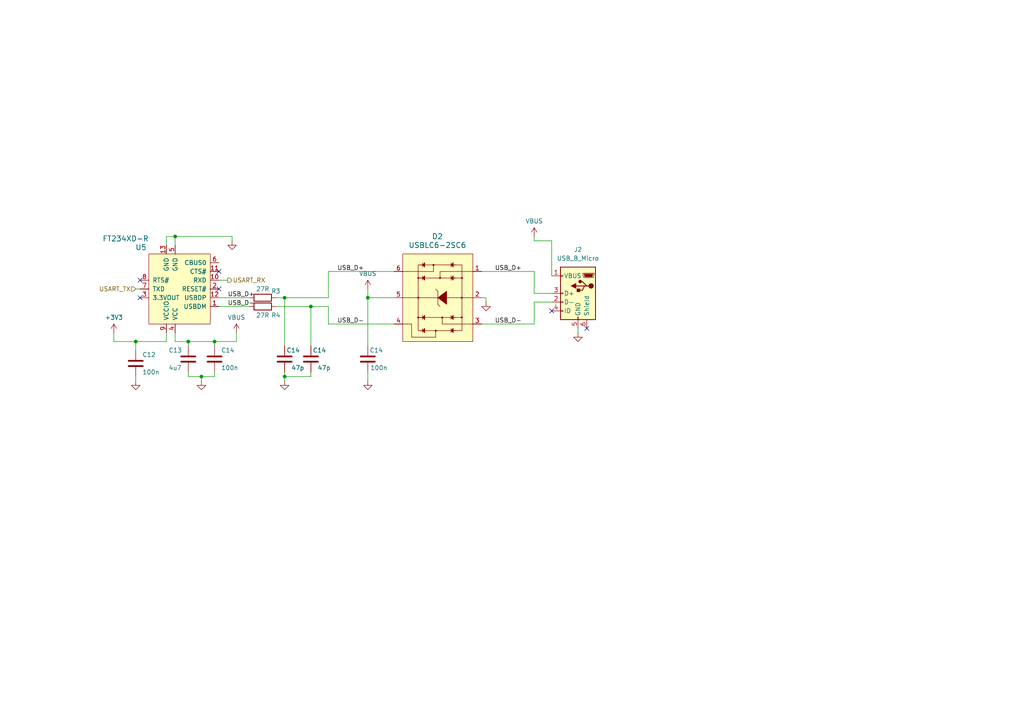
<source format=kicad_sch>
(kicad_sch (version 20230121) (generator eeschema)
  (paper "A4")
  (lib_symbols
    (symbol "Connector:USB_B_Micro" (pin_names (offset 1.016))
      (property "Reference" "J" (at -5.08 11.43 0))
      (property "Value" "USB_B_Micro" (at -5.08 8.89 0))
      (symbol "USB_B_Micro_0_1"
        (rectangle (start -5.08 -7.62) (end 5.08 7.62) (stroke (width 0.254)) (fill (type background)))
        (circle (center -3.81 2.159) (radius 0.635) (stroke (width 0.254)) (fill (type outline)))
        (circle (center -0.635 3.429) (radius 0.381) (stroke (width 0.254)) (fill (type outline)))
        (rectangle (start -0.127 -7.62) (end 0.127 -6.858))
        (polyline (pts (xy -1.905 2.159) (xy 0.635 2.159)) (stroke (width 0.254)))
        (polyline (pts (xy -3.175 2.159) (xy -2.54 2.159) (xy -1.27 3.429) (xy -0.635 3.429)) (stroke (width 0.254)))
        (polyline (pts (xy -2.54 2.159) (xy -1.905 2.159) (xy -1.27 0.889) (xy 0 0.889)) (stroke (width 0.254)))
        (polyline (pts (xy 0.635 2.794) (xy 0.635 1.524) (xy 1.905 2.159) (xy 0.635 2.794)) (stroke (width 0.254)) (fill (type outline)))
        (polyline (pts (xy -4.318 5.588) (xy -1.778 5.588) (xy -2.032 4.826) (xy -4.064 4.826) (xy -4.318 5.588)) (fill (type outline)))
        (polyline (pts (xy -4.699 5.842) (xy -4.699 5.588) (xy -4.445 4.826) (xy -4.445 4.572) (xy -1.651 4.572) (xy -1.651 4.826) (xy -1.397 5.588) (xy -1.397 5.842) (xy -4.699 5.842)))
        (rectangle (start 0.254 1.27) (end -0.508 0.508) (stroke (width 0.254)) (fill (type outline)))
        (rectangle (start 5.08 -5.207) (end 4.318 -4.953))
        (rectangle (start 5.08 -2.667) (end 4.318 -2.413))
        (rectangle (start 5.08 -0.127) (end 4.318 0.127))
        (rectangle (start 5.08 4.953) (end 4.318 5.207))
      )
      (symbol "USB_B_Micro_1_1"
        (pin power_out line (at 7.62 5.08 180) (length 2.54) (name "VBUS") (number "1"))
        (pin bidirectional line (at 7.62 -2.54 180) (length 2.54) (name "D-") (number "2"))
        (pin bidirectional line (at 7.62 0 180) (length 2.54) (name "D+") (number "3"))
        (pin passive line (at 7.62 -5.08 180) (length 2.54) (name "ID") (number "4"))
        (pin power_out line (at 0 -10.16 90) (length 2.54) (name "GND") (number "5"))
        (pin passive line (at -2.54 -10.16 90) (length 2.54) (name "Shield") (number "6"))
      )
    )
    (symbol "Device:C" (pin_numbers hide) (pin_names (offset 0.254))
      (property "Reference" "C" (at 0.635 2.54 0))
      (property "Value" "C" (at 0.635 -2.54 0))
      (symbol "C_0_1"
        (polyline (pts (xy -2.032 -0.762) (xy 2.032 -0.762)) (stroke (width 0.508)))
        (polyline (pts (xy -2.032 0.762) (xy 2.032 0.762)) (stroke (width 0.508)))
      )
      (symbol "C_1_1"
        (pin passive line (at 0 3.81 270) (length 2.794) (name "~") (number "1"))
        (pin passive line (at 0 -3.81 90) (length 2.794) (name "~") (number "2"))
      )
    )
    (symbol "Device:R" (pin_numbers hide) (pin_names (offset 0))
      (property "Reference" "R" (at 2.032 0 90))
      (property "Value" "R" (at 0 0 90))
      (symbol "R_0_1"
        (rectangle (start -1.016 -2.54) (end 1.016 2.54) (stroke (width 0.254)))
      )
      (symbol "R_1_1"
        (pin passive line (at 0 3.81 270) (length 1.27) (name "~") (number "1"))
        (pin passive line (at 0 -3.81 90) (length 1.27) (name "~") (number "2"))
      )
    )
    (symbol "dk_Interface-Controllers:FT234XD-R" (pin_names (offset 1.016))
      (property "Reference" "U" (at -5.08 8.89 0))
      (property "Value" "FT234XD-R" (at 7.62 -15.24 0))
      (symbol "FT234XD-R_0_1"
        (rectangle (start -7.62 7.62) (end 10.16 -12.7) (fill (type background)))
      )
      (symbol "FT234XD-R_1_1"
        (pin bidirectional line (at -10.16 2.54 0) (length 2.54) (name "USBDM") (number "1"))
        (pin input line (at -10.16 -5.08 0) (length 2.54) (name "RXD") (number "10"))
        (pin input line (at -10.16 -7.62 0) (length 2.54) (name "CTS#") (number "11"))
        (pin bidirectional line (at -10.16 0 0) (length 2.54) (name "USBDP") (number "12"))
        (pin power_in line (at 5.08 -15.24 90) (length 2.54) (name "GND") (number "13"))
        (pin input line (at -10.16 -2.54 0) (length 2.54) (name "RESET#") (number "2"))
        (pin passive line (at 12.7 0 180) (length 2.54) (name "3.3VOUT") (number "3"))
        (pin power_in line (at 2.54 10.16 270) (length 2.54) (name "VCC") (number "4"))
        (pin power_in line (at 2.54 -15.24 90) (length 2.54) (name "GND") (number "5"))
        (pin bidirectional line (at -10.16 -10.16 0) (length 2.54) (name "CBUS0") (number "6"))
        (pin output line (at 12.7 -2.54 180) (length 2.54) (name "TXD") (number "7"))
        (pin output line (at 12.7 -5.08 180) (length 2.54) (name "RTS#") (number "8"))
        (pin power_in line (at 5.08 10.16 270) (length 2.54) (name "VCCIO") (number "9"))
      )
    )
    (symbol "dk_TVS-Diodes:USBLC6-2SC6" (pin_names (offset 1.016))
      (property "Reference" "D" (at -10.16 13.97 0))
      (property "Value" "USBLC6-2SC6" (at 0 -13.97 0))
      (symbol "USBLC6-2SC6_0_1"
        (rectangle (start -10.16 12.7) (end 10.16 -12.7) (fill (type background)))
        (circle (center -7.0104 5.7404) (radius 0.2032) (fill (type outline)))
        (circle (center -6.9596 -5.6896) (radius 0.2032) (fill (type outline)))
        (circle (center -6.9596 0) (radius 0.2032) (fill (type outline)))
        (circle (center -1.27 -5.7404) (radius 0.2032) (fill (type outline)))
        (circle (center -0.635 5.7404) (radius 0.2032) (fill (type outline)))
        (polyline (pts (xy -8.89 0) (xy -10.16 0)))
        (polyline (pts (xy -5.08 -9.525) (xy 5.08 -9.525)))
        (polyline (pts (xy -5.08 -5.715) (xy 5.08 -5.715)))
        (polyline (pts (xy -5.08 5.715) (xy 5.08 5.715)))
        (polyline (pts (xy -5.08 9.525) (xy 5.08 9.525)))
        (polyline (pts (xy -4.445 -5.715) (xy -6.985 -5.715)))
        (polyline (pts (xy -4.445 5.715) (xy -6.985 5.715)))
        (polyline (pts (xy -3.81 -8.89) (xy -3.81 -10.16)))
        (polyline (pts (xy -3.81 -5.08) (xy -3.81 -6.35)))
        (polyline (pts (xy -3.81 6.35) (xy -3.81 5.08)))
        (polyline (pts (xy -3.81 10.16) (xy -3.81 8.89)))
        (polyline (pts (xy 0 -1.905) (xy -0.635 -2.54)))
        (polyline (pts (xy 0 1.905) (xy 0 -1.905)))
        (polyline (pts (xy 0 1.905) (xy 0.635 2.54)))
        (polyline (pts (xy 4.445 -8.89) (xy 4.445 -10.16)))
        (polyline (pts (xy 4.445 -5.715) (xy 5.715 -5.715)))
        (polyline (pts (xy 4.445 -5.08) (xy 4.445 -6.35)))
        (polyline (pts (xy 4.445 5.715) (xy 5.715 5.715)))
        (polyline (pts (xy 4.445 6.35) (xy 4.445 5.08)))
        (polyline (pts (xy 4.445 8.89) (xy 4.445 8.89)))
        (polyline (pts (xy 4.445 10.16) (xy 4.445 8.89)))
        (polyline (pts (xy 5.588 0) (xy 10.16 0)))
        (polyline (pts (xy 5.715 0) (xy 0 0)))
        (polyline (pts (xy 5.715 5.715) (xy 5.715 5.715)))
        (polyline (pts (xy 8.89 -7.62) (xy 10.16 -7.62)))
        (polyline (pts (xy 8.89 7.62) (xy 10.414 7.62)))
        (polyline (pts (xy -10.16 -7.62) (xy -1.27 -7.62) (xy -1.27 -5.715)))
        (polyline (pts (xy -10.16 7.62) (xy -0.635 7.62) (xy -0.635 5.715)))
        (polyline (pts (xy -8.89 0) (xy -6.985 0) (xy 0 0)))
        (polyline (pts (xy 8.89 7.62) (xy 1.27 7.62) (xy 1.27 9.525)))
        (polyline (pts (xy -4.445 -9.525) (xy -6.985 -9.525) (xy -6.985 9.525) (xy -4.445 9.525)))
        (polyline (pts (xy -4.445 -8.89) (xy -4.445 -10.16) (xy -3.81 -9.525) (xy -4.445 -8.89)) (fill (type outline)))
        (polyline (pts (xy -4.445 -5.08) (xy -4.445 -6.35) (xy -3.81 -5.715) (xy -4.445 -5.08)) (fill (type outline)))
        (polyline (pts (xy -4.445 6.35) (xy -4.445 5.08) (xy -3.81 5.715) (xy -4.445 6.35)) (fill (type outline)))
        (polyline (pts (xy -4.445 10.16) (xy -4.445 8.89) (xy -3.81 9.525) (xy -4.445 10.16)) (fill (type outline)))
        (polyline (pts (xy -2.54 1.905) (xy -2.54 -1.905) (xy 0 0) (xy -2.54 1.905)) (fill (type outline)))
        (polyline (pts (xy 3.81 -8.89) (xy 3.81 -10.16) (xy 4.445 -9.525) (xy 3.81 -8.89)) (fill (type outline)))
        (polyline (pts (xy 3.81 -5.08) (xy 3.81 -6.35) (xy 4.445 -5.715) (xy 3.81 -5.08)) (fill (type outline)))
        (polyline (pts (xy 3.81 6.35) (xy 3.81 5.08) (xy 4.445 5.715) (xy 3.81 6.35)) (fill (type outline)))
        (polyline (pts (xy 3.81 10.16) (xy 3.81 8.89) (xy 4.445 9.525) (xy 3.81 10.16)) (fill (type outline)))
        (polyline (pts (xy 4.445 9.525) (xy 5.715 9.525) (xy 5.715 -9.525) (xy 4.445 -9.525)))
        (polyline (pts (xy 8.89 -7.62) (xy 7.62 -7.62) (xy 7.62 -11.43) (xy 0.635 -11.43) (xy 0.635 -9.525)))
        (circle (center 0.6096 -9.5504) (radius 0.2032) (fill (type outline)))
        (circle (center 1.27 9.4996) (radius 0.2032) (fill (type outline)))
        (circle (center 5.6896 -5.7404) (radius 0.2032) (fill (type outline)))
        (circle (center 5.6896 0) (radius 0.2032) (fill (type outline)))
        (circle (center 5.6896 5.7404) (radius 0.2032) (fill (type outline)))
      )
      (symbol "USBLC6-2SC6_1_1"
        (pin input line (at -12.7 7.62 0) (length 2.54) (name "~") (number "1"))
        (pin power_in line (at -12.7 0 0) (length 2.54) (name "~") (number "2"))
        (pin input line (at -12.7 -7.62 0) (length 2.54) (name "~") (number "3"))
        (pin input line (at 12.7 -7.62 180) (length 2.54) (name "~") (number "4"))
        (pin output line (at 12.7 0 180) (length 2.54) (name "~") (number "5"))
        (pin input line (at 12.7 7.62 180) (length 2.54) (name "~") (number "6"))
      )
    )
    (symbol "power:+3V3" (power) (pin_names (offset 0))
      (property "Value" "+3V3" (at 0 3.556 0))
      (symbol "+3V3_0_1"
        (polyline (pts (xy -0.762 1.27) (xy 0 2.54)))
        (polyline (pts (xy 0 0) (xy 0 2.54)))
        (polyline (pts (xy 0 2.54) (xy 0.762 1.27)))
      )
      (symbol "+3V3_1_1"
        (pin power_in line (at 0 0 90) (length 0) hide (name "+3V3") (number "1"))
      )
    )
    (symbol "power:GND" (power) (pin_names (offset 0))
      (property "Value" "GND" (at 0 -3.81 0))
      (symbol "GND_0_1"
        (polyline (pts (xy 0 0) (xy 0 -1.27) (xy 1.27 -1.27) (xy 0 -2.54) (xy -1.27 -1.27) (xy 0 -1.27)))
      )
      (symbol "GND_1_1"
        (pin power_in line (at 0 0 270) (length 0) hide (name "GND") (number "1"))
      )
    )
    (symbol "power:VBUS" (power) (pin_names (offset 0))
      (property "Value" "VBUS" (at 0 3.81 0))
      (symbol "VBUS_0_1"
        (polyline (pts (xy -0.762 1.27) (xy 0 2.54)))
        (polyline (pts (xy 0 0) (xy 0 2.54)))
        (polyline (pts (xy 0 2.54) (xy 0.762 1.27)))
      )
      (symbol "VBUS_1_1"
        (pin power_in line (at 0 0 90) (length 0) hide (name "VBUS") (number "1"))
      )
    )
  )
  (junction (at 82.55 109.22))
  (junction (at 58.42 109.22))
  (junction (at 90.17 88.9))
  (junction (at 62.23 99.06))
  (junction (at 39.37 99.06))
  (junction (at 106.68 86.36))
  (junction (at 82.55 86.36))
  (junction (at 54.61 99.06))
  (junction (at 50.8 68.58))
  (no_connect (at 63.5 78.74))
  (no_connect (at 40.64 81.28))
  (no_connect (at 63.5 83.82))
  (no_connect (at 160.02 90.17))
  (no_connect (at 40.64 86.36))
  (no_connect (at 170.18 95.25))
  (wire (pts (xy 82.55 86.36) (xy 82.55 100.33)))
  (wire (pts (xy 33.02 99.06) (xy 33.02 96.52)))
  (wire (pts (xy 40.64 83.82) (xy 39.37 83.82)))
  (wire (pts (xy 154.94 68.58) (xy 154.94 69.85)))
  (wire (pts (xy 62.23 99.06) (xy 68.58 99.06)))
  (wire (pts (xy 54.61 109.22) (xy 58.42 109.22)))
  (wire (pts (xy 63.5 88.9) (xy 72.39 88.9)))
  (wire (pts (xy 106.68 86.36) (xy 106.68 100.33)))
  (wire (pts (xy 154.94 78.74) (xy 154.94 85.09)))
  (wire (pts (xy 66.04 81.28) (xy 63.5 81.28)))
  (wire (pts (xy 167.64 95.25) (xy 167.64 96.52)))
  (wire (pts (xy 139.7 93.98) (xy 154.94 93.98)))
  (wire (pts (xy 39.37 109.22) (xy 39.37 110.49)))
  (wire (pts (xy 48.26 71.12) (xy 48.26 68.58)))
  (wire (pts (xy 106.68 83.82) (xy 106.68 86.36)))
  (wire (pts (xy 39.37 99.06) (xy 33.02 99.06)))
  (wire (pts (xy 54.61 107.95) (xy 54.61 109.22)))
  (wire (pts (xy 106.68 107.95) (xy 106.68 110.49)))
  (wire (pts (xy 58.42 109.22) (xy 62.23 109.22)))
  (wire (pts (xy 58.42 109.22) (xy 58.42 110.49)))
  (wire (pts (xy 82.55 86.36) (xy 80.01 86.36)))
  (wire (pts (xy 82.55 107.95) (xy 82.55 109.22)))
  (wire (pts (xy 140.97 86.36) (xy 139.7 86.36)))
  (wire (pts (xy 139.7 78.74) (xy 154.94 78.74)))
  (wire (pts (xy 90.17 88.9) (xy 95.25 88.9)))
  (wire (pts (xy 95.25 78.74) (xy 114.3 78.74)))
  (wire (pts (xy 68.58 99.06) (xy 68.58 96.52)))
  (wire (pts (xy 90.17 107.95) (xy 90.17 109.22)))
  (wire (pts (xy 48.26 68.58) (xy 50.8 68.58)))
  (wire (pts (xy 72.39 86.36) (xy 63.5 86.36)))
  (wire (pts (xy 95.25 78.74) (xy 95.25 86.36)))
  (wire (pts (xy 154.94 69.85) (xy 160.02 69.85)))
  (wire (pts (xy 160.02 80.01) (xy 160.02 69.85)))
  (wire (pts (xy 62.23 107.95) (xy 62.23 109.22)))
  (wire (pts (xy 48.26 99.06) (xy 39.37 99.06)))
  (wire (pts (xy 50.8 96.52) (xy 50.8 99.06)))
  (wire (pts (xy 140.97 87.63) (xy 140.97 86.36)))
  (wire (pts (xy 67.31 68.58) (xy 67.31 69.85)))
  (wire (pts (xy 95.25 86.36) (xy 82.55 86.36)))
  (wire (pts (xy 154.94 87.63) (xy 160.02 87.63)))
  (wire (pts (xy 106.68 86.36) (xy 114.3 86.36)))
  (wire (pts (xy 90.17 88.9) (xy 90.17 100.33)))
  (wire (pts (xy 54.61 99.06) (xy 62.23 99.06)))
  (wire (pts (xy 80.01 88.9) (xy 90.17 88.9)))
  (wire (pts (xy 39.37 99.06) (xy 39.37 101.6)))
  (wire (pts (xy 50.8 68.58) (xy 50.8 71.12)))
  (wire (pts (xy 95.25 93.98) (xy 114.3 93.98)))
  (wire (pts (xy 90.17 109.22) (xy 82.55 109.22)))
  (wire (pts (xy 67.31 68.58) (xy 50.8 68.58)))
  (wire (pts (xy 54.61 99.06) (xy 54.61 100.33)))
  (wire (pts (xy 48.26 96.52) (xy 48.26 99.06)))
  (wire (pts (xy 62.23 99.06) (xy 62.23 100.33)))
  (wire (pts (xy 82.55 109.22) (xy 82.55 110.49)))
  (wire (pts (xy 95.25 88.9) (xy 95.25 93.98)))
  (wire (pts (xy 154.94 93.98) (xy 154.94 87.63)))
  (wire (pts (xy 50.8 99.06) (xy 54.61 99.06)))
  (wire (pts (xy 154.94 85.09) (xy 160.02 85.09)))
  (label "USB_D+" (at 143.51 78.74 0))
  (label "USB_D-" (at 97.79 93.98 0))
  (label "USB_D-" (at 143.51 93.98 0))
  (label "USB_D-" (at 66.04 88.9 0))
  (label "USB_D+" (at 97.79 78.74 0))
  (label "USB_D+" (at 66.04 86.36 0))
  (hierarchical_label "USART_RX" (shape output) (at 66.04 81.28 0))
  (hierarchical_label "USART_TX" (shape input) (at 39.37 83.82 180))
  (symbol (lib_id "dk_TVS-Diodes:USBLC6-2SC6") (at 127 86.36 0) (mirror y) (unit 1)
    (property "Reference" "D2" (at 126.873 68.58 0) (effects (font (size 1.524 1.524))))
    (property "Value" "USBLC6-2SC6" (at 126.873 71.12 0) (effects (font (size 1.524 1.524))))
    (property "Footprint" "digikey-footprints:SOT23-6L" (effects hide))
    (property "Datasheet" "http://www.st.com/content/ccc/resource/technical/document/datasheet/06/1d/48/9c/6c/20/4a/b2/CD00050750.pdf/files/CD00050750.pdf/jcr:content/translations/en.CD00050750.pdf" (effects hide))
    (property "Digi-Key_PN" "497-5235-1-ND" (effects hide))
    (property "MPN" "USBLC6-2SC6" (effects hide))
    (property "Category" "Circuit Protection" (effects hide))
    (property "Family" "TVS - Diodes" (effects hide))
    (property "DK_Datasheet_Link" "http://www.st.com/content/ccc/resource/technical/document/datasheet/06/1d/48/9c/6c/20/4a/b2/CD00050750.pdf/files/CD00050750.pdf/jcr:content/translations/en.CD00050750.pdf" (effects hide))
    (property "DK_Detail_Page" "/product-detail/en/stmicroelectronics/USBLC6-2SC6/497-5235-1-ND/1121688" (effects hide))
    (property "Description" "TVS DIODE 5.25V 17V SOT23-6" (effects hide))
    (property "Manufacturer" "STMicroelectronics" (effects hide))
    (property "Status" "Active" (effects hide))
  )
  (symbol (lib_id "Device:C") (at 62.23 104.14 0) (unit 1)
    (property "Reference" "C14" (at 64.135 101.6 0) (effects (justify left)))
    (property "Value" "100n" (at 64.135 106.68 0) (effects (justify left)))
    (property "Footprint" "Capacitor_SMD:C_0402_1005Metric" (effects hide))
  )
  (symbol (lib_id "Device:C") (at 39.37 105.41 0) (unit 1)
    (property "Reference" "C12" (at 41.275 102.87 0) (effects (justify left)))
    (property "Value" "100n" (at 41.275 107.95 0) (effects (justify left)))
    (property "Footprint" "Capacitor_SMD:C_0402_1005Metric" (effects hide))
  )
  (symbol (lib_id "power:GND") (at 106.68 110.49 0) (unit 1)
    (property "Reference" "#PWR022" (effects hide))
    (property "Value" "GND" (effects hide))
    (instances (project "CAN-USB RF Module" (path "" (reference "#PWR022") (unit 1)) (path "" (reference "#PWR020") (unit 1))))
  )
  (symbol (lib_id "Device:R") (at 76.2 86.36 90) (unit 1)
    (property "Reference" "R3" (at 80.01 84.455 90))
    (property "Value" "27R" (at 76.2 83.82 90))
    (property "Footprint" "Resistor_SMD:R_0402_1005Metric" (effects hide))
  )
  (symbol (lib_id "Connector:USB_B_Micro") (at 167.64 85.09 0) (mirror y) (unit 1)
    (property "Reference" "J2" (at 167.64 72.39 0))
    (property "Value" "USB_B_Micro" (at 167.64 74.93 0))
    (property "Footprint" "footprints:AMPHENOL_10103593-0001LF" (effects hide))
  )
  (symbol (lib_id "dk_Interface-Controllers:FT234XD-R") (at 53.34 86.36 180) (unit 1)
    (property "Reference" "U5" (at 42.545 71.755 0) (effects (font (size 1.524 1.524)) (justify left)))
    (property "Value" "FT234XD-R" (at 43.18 69.215 0) (effects (font (size 1.524 1.524)) (justify left)))
    (property "Footprint" "digikey-footprints:DFN-12-1EP_3x3mm" (effects hide))
    (property "Datasheet" "http://www.ftdichip.com/Support/Documents/DataSheets/ICs/DS_FT234XD.pdf" (effects hide))
    (property "Digi-Key_PN" "768-1178-1-ND" (effects hide))
    (property "MPN" "FT234XD-R" (effects hide))
    (property "Category" "Integrated Circuits (ICs)" (effects hide))
    (property "Family" "Interface - Controllers" (effects hide))
    (property "DK_Datasheet_Link" "http://www.ftdichip.com/Support/Documents/DataSheets/ICs/DS_FT234XD.pdf" (effects hide))
    (property "DK_Detail_Page" "/product-detail/en/ftdi-future-technology-devices-international-ltd/FT234XD-R/768-1178-1-ND/3904926" (effects hide))
    (property "Description" "IC USB SERIAL BASIC UART 12DFN" (effects hide))
    (property "Manufacturer" "FTDI, Future Technology Devices International Ltd" (effects hide))
    (property "Status" "Active" (effects hide))
  )
  (symbol (lib_id "power:GND") (at 140.97 87.63 0) (unit 1)
    (property "Reference" "#PWR021" (effects hide))
    (property "Value" "GND" (effects hide))
    (instances (project "CAN-USB RF Module" (path "" (reference "#PWR021") (unit 1)) (path "" (reference "#PWR019") (unit 1))))
  )
  (symbol (lib_id "power:GND") (at 58.42 110.49 0) (unit 1)
    (property "Reference" "#PWR021" (effects hide))
    (property "Value" "GND" (effects hide))
    (instances (project "CAN-USB RF Module" (path "" (reference "#PWR021") (unit 1)) (path "" (reference "#PWR033") (unit 1))))
  )
  (symbol (lib_id "power:GND") (at 82.55 110.49 0) (unit 1)
    (property "Reference" "#PWR022" (effects hide))
    (property "Value" "GND" (effects hide))
    (instances (project "CAN-USB RF Module" (path "" (reference "#PWR022") (unit 1)) (path "" (reference "#PWR032") (unit 1))))
  )
  (symbol (lib_id "power:GND") (at 39.37 110.49 0) (unit 1)
    (property "Reference" "#PWR021" (effects hide))
    (property "Value" "GND" (effects hide))
    (instances (project "CAN-USB RF Module" (path "" (reference "#PWR021") (unit 1)) (path "" (reference "#PWR031") (unit 1))))
  )
  (symbol (lib_id "Device:C") (at 106.68 104.14 180) (unit 1)
    (property "Reference" "C14" (at 111.125 101.6 0) (effects (justify left)))
    (property "Value" "100n" (at 112.395 106.68 0) (effects (justify left)))
    (property "Footprint" "Capacitor_SMD:C_0402_1005Metric" (effects hide))
    (instances (project "CAN-USB RF Module" (path "" (reference "C14") (unit 1)) (path "" (reference "C9") (unit 1))))
  )
  (symbol (lib_id "Device:C") (at 82.55 104.14 180) (unit 1)
    (property "Reference" "C14" (at 86.995 101.6 0) (effects (justify left)))
    (property "Value" "47p" (at 88.265 106.68 0) (effects (justify left)))
    (property "Footprint" "Capacitor_SMD:C_0402_1005Metric" (effects hide))
    (instances (project "CAN-USB RF Module" (path "" (reference "C14") (unit 1)) (path "" (reference "C15") (unit 1))))
  )
  (symbol (lib_id "power:+3V3") (at 33.02 96.52 0) (unit 1)
    (property "Reference" "#PWR030" (effects hide))
    (property "Value" "+3V3" (at 33.02 92.075 0))
  )
  (symbol (lib_id "power:GND") (at 167.64 96.52 0) (unit 1)
    (property "Reference" "#PWR021" (effects hide))
    (property "Value" "GND" (effects hide))
  )
  (symbol (lib_id "power:GND") (at 67.31 69.85 0) (unit 1)
    (property "Reference" "#PWR021" (effects hide))
    (property "Value" "GND" (effects hide))
    (instances (project "CAN-USB RF Module" (path "" (reference "#PWR021") (unit 1)) (path "" (reference "#PWR022") (unit 1))))
  )
  (symbol (lib_id "Device:C") (at 90.17 104.14 180) (unit 1)
    (property "Reference" "C14" (at 94.615 101.6 0) (effects (justify left)))
    (property "Value" "47p" (at 95.885 106.68 0) (effects (justify left)))
    (property "Footprint" "Capacitor_SMD:C_0402_1005Metric" (effects hide))
    (instances (project "CAN-USB RF Module" (path "" (reference "C14") (unit 1)) (path "" (reference "C16") (unit 1))))
  )
  (symbol (lib_id "Device:C") (at 54.61 104.14 0) (unit 1)
    (property "Reference" "C13" (at 48.895 101.6 0) (effects (justify left)))
    (property "Value" "4u7" (at 48.895 106.68 0) (effects (justify left)))
    (property "Footprint" "Capacitor_SMD:C_0402_1005Metric" (effects hide))
  )
  (symbol (lib_id "power:VBUS") (at 68.58 96.52 0) (unit 1)
    (property "Reference" "#PWR016" (effects hide))
    (property "Value" "VBUS" (at 68.58 92.075 0))
    (instances (project "CAN-USB RF Module" (path "" (reference "#PWR016") (unit 1)) (path "" (reference "#PWR029") (unit 1))))
  )
  (symbol (lib_id "Device:R") (at 76.2 88.9 90) (unit 1)
    (property "Reference" "R4" (at 80.01 91.44 90))
    (property "Value" "27R" (at 76.2 91.44 90))
    (property "Footprint" "Resistor_SMD:R_0402_1005Metric" (effects hide))
  )
  (symbol (lib_id "power:VBUS") (at 106.68 83.82 0) (unit 1)
    (property "Reference" "#PWR023" (effects hide))
    (property "Value" "VBUS" (at 106.68 79.375 0))
    (instances (project "CAN-USB RF Module" (path "" (reference "#PWR023") (unit 1)) (path "" (reference "#PWR015") (unit 1))))
  )
  (symbol (lib_id "power:VBUS") (at 154.94 68.58 0) (unit 1)
    (property "Reference" "#PWR016" (effects hide))
    (property "Value" "VBUS" (at 154.94 64.135 0))
  )
)
</source>
